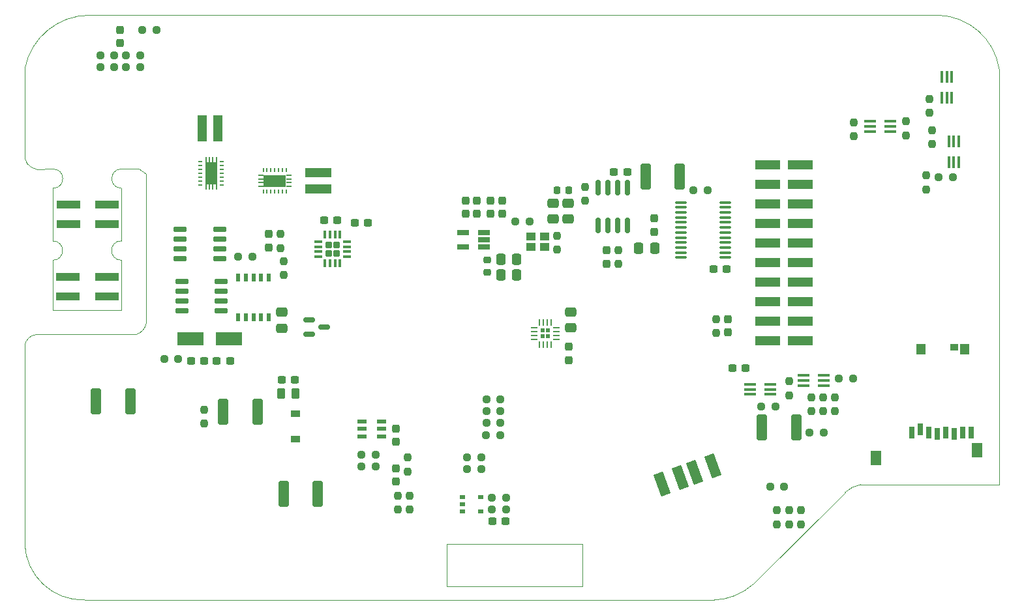
<source format=gbr>
%TF.GenerationSoftware,KiCad,Pcbnew,(6.0.9)*%
%TF.CreationDate,2022-11-25T15:53:44+02:00*%
%TF.ProjectId,Bird_detector_V1,42697264-5f64-4657-9465-63746f725f56,rev?*%
%TF.SameCoordinates,Original*%
%TF.FileFunction,Paste,Bot*%
%TF.FilePolarity,Positive*%
%FSLAX46Y46*%
G04 Gerber Fmt 4.6, Leading zero omitted, Abs format (unit mm)*
G04 Created by KiCad (PCBNEW (6.0.9)) date 2022-11-25 15:53:44*
%MOMM*%
%LPD*%
G01*
G04 APERTURE LIST*
G04 Aperture macros list*
%AMRoundRect*
0 Rectangle with rounded corners*
0 $1 Rounding radius*
0 $2 $3 $4 $5 $6 $7 $8 $9 X,Y pos of 4 corners*
0 Add a 4 corners polygon primitive as box body*
4,1,4,$2,$3,$4,$5,$6,$7,$8,$9,$2,$3,0*
0 Add four circle primitives for the rounded corners*
1,1,$1+$1,$2,$3*
1,1,$1+$1,$4,$5*
1,1,$1+$1,$6,$7*
1,1,$1+$1,$8,$9*
0 Add four rect primitives between the rounded corners*
20,1,$1+$1,$2,$3,$4,$5,0*
20,1,$1+$1,$4,$5,$6,$7,0*
20,1,$1+$1,$6,$7,$8,$9,0*
20,1,$1+$1,$8,$9,$2,$3,0*%
%AMRotRect*
0 Rectangle, with rotation*
0 The origin of the aperture is its center*
0 $1 length*
0 $2 width*
0 $3 Rotation angle, in degrees counterclockwise*
0 Add horizontal line*
21,1,$1,$2,0,0,$3*%
G04 Aperture macros list end*
%TA.AperFunction,Profile*%
%ADD10C,0.100000*%
%TD*%
%TA.AperFunction,Profile*%
%ADD11C,0.120000*%
%TD*%
%ADD12R,1.560000X0.650000*%
%ADD13R,1.150000X1.000000*%
%ADD14RoundRect,0.237500X-0.250000X-0.237500X0.250000X-0.237500X0.250000X0.237500X-0.250000X0.237500X0*%
%ADD15RoundRect,0.237500X0.237500X-0.300000X0.237500X0.300000X-0.237500X0.300000X-0.237500X-0.300000X0*%
%ADD16RoundRect,0.237500X0.250000X0.237500X-0.250000X0.237500X-0.250000X-0.237500X0.250000X-0.237500X0*%
%ADD17RoundRect,0.237500X-0.237500X0.250000X-0.237500X-0.250000X0.237500X-0.250000X0.237500X0.250000X0*%
%ADD18RoundRect,0.237500X0.237500X-0.250000X0.237500X0.250000X-0.237500X0.250000X-0.237500X-0.250000X0*%
%ADD19RoundRect,0.145000X0.145000X-0.145000X0.145000X0.145000X-0.145000X0.145000X-0.145000X-0.145000X0*%
%ADD20RoundRect,0.062500X0.062500X-0.375000X0.062500X0.375000X-0.062500X0.375000X-0.062500X-0.375000X0*%
%ADD21RoundRect,0.062500X0.375000X-0.062500X0.375000X0.062500X-0.375000X0.062500X-0.375000X-0.062500X0*%
%ADD22R,1.300000X3.400000*%
%ADD23R,3.180000X1.270000*%
%ADD24RoundRect,0.237500X-0.300000X-0.237500X0.300000X-0.237500X0.300000X0.237500X-0.300000X0.237500X0*%
%ADD25RoundRect,0.250000X-0.475000X0.337500X-0.475000X-0.337500X0.475000X-0.337500X0.475000X0.337500X0*%
%ADD26R,3.150000X1.000000*%
%ADD27RoundRect,0.250000X-0.337500X-0.475000X0.337500X-0.475000X0.337500X0.475000X-0.337500X0.475000X0*%
%ADD28RoundRect,0.237500X0.300000X0.237500X-0.300000X0.237500X-0.300000X-0.237500X0.300000X-0.237500X0*%
%ADD29R,3.500000X1.800000*%
%ADD30RoundRect,0.237500X-0.237500X0.300000X-0.237500X-0.300000X0.237500X-0.300000X0.237500X0.300000X0*%
%ADD31O,0.600000X0.240000*%
%ADD32R,0.200000X0.775000*%
%ADD33R,1.580000X2.850000*%
%ADD34RoundRect,0.250000X-0.400000X-1.450000X0.400000X-1.450000X0.400000X1.450000X-0.400000X1.450000X0*%
%ADD35R,0.700000X0.510000*%
%ADD36R,0.800000X1.500000*%
%ADD37R,1.000000X0.950000*%
%ADD38R,1.300000X1.400000*%
%ADD39R,1.400000X1.900000*%
%ADD40R,1.500000X0.400000*%
%ADD41RoundRect,0.250000X0.475000X-0.337500X0.475000X0.337500X-0.475000X0.337500X-0.475000X-0.337500X0*%
%ADD42R,1.150000X0.600000*%
%ADD43RoundRect,0.250000X0.337500X0.475000X-0.337500X0.475000X-0.337500X-0.475000X0.337500X-0.475000X0*%
%ADD44O,0.240000X0.600000*%
%ADD45R,0.775000X0.200000*%
%ADD46R,2.850000X1.580000*%
%ADD47RoundRect,0.150000X0.150000X-0.825000X0.150000X0.825000X-0.150000X0.825000X-0.150000X-0.825000X0*%
%ADD48RoundRect,0.250000X0.400000X1.450000X-0.400000X1.450000X-0.400000X-1.450000X0.400000X-1.450000X0*%
%ADD49R,3.400000X1.300000*%
%ADD50RotRect,1.300000X3.000000X20.000000*%
%ADD51RoundRect,0.250000X-0.262500X-0.450000X0.262500X-0.450000X0.262500X0.450000X-0.262500X0.450000X0*%
%ADD52RoundRect,0.150000X0.725000X0.150000X-0.725000X0.150000X-0.725000X-0.150000X0.725000X-0.150000X0*%
%ADD53R,0.400000X1.500000*%
%ADD54R,1.200000X0.900000*%
%ADD55R,0.510000X1.100000*%
%ADD56RoundRect,0.218750X0.256250X-0.218750X0.256250X0.218750X-0.256250X0.218750X-0.256250X-0.218750X0*%
%ADD57RoundRect,0.100000X-0.637500X-0.100000X0.637500X-0.100000X0.637500X0.100000X-0.637500X0.100000X0*%
%ADD58RoundRect,0.150000X-0.587500X-0.150000X0.587500X-0.150000X0.587500X0.150000X-0.587500X0.150000X0*%
%ADD59RoundRect,0.212500X-0.212500X0.212500X-0.212500X-0.212500X0.212500X-0.212500X0.212500X0.212500X0*%
%ADD60RoundRect,0.087500X-0.087500X0.425000X-0.087500X-0.425000X0.087500X-0.425000X0.087500X0.425000X0*%
%ADD61RoundRect,0.087500X-0.425000X0.087500X-0.425000X-0.087500X0.425000X-0.087500X0.425000X0.087500X0*%
%ADD62RoundRect,0.218750X-0.218750X-0.256250X0.218750X-0.256250X0.218750X0.256250X-0.218750X0.256250X0*%
G04 APERTURE END LIST*
D10*
X186000000Y-136000000D02*
X198000000Y-124000000D01*
X91500000Y-69000000D02*
X91500000Y-80000000D01*
X95151800Y-91338400D02*
X95177200Y-84491200D01*
X146253200Y-130683000D02*
X163855400Y-130683000D01*
X163855400Y-130683000D02*
X163855400Y-136220200D01*
X163855400Y-136220200D02*
X146253200Y-136220200D01*
X146253200Y-136220200D02*
X146253200Y-130683000D01*
X107289600Y-82600800D02*
X107289600Y-102000000D01*
X104021800Y-91333000D02*
X104047200Y-84485800D01*
X91500000Y-80000000D02*
G75*
G03*
X93000000Y-82000000I1750000J-250000D01*
G01*
X100000000Y-61999995D02*
G75*
G03*
X91500000Y-69000000I-78860J-8564955D01*
G01*
X95168400Y-100333800D02*
X104038400Y-100333800D01*
X91500000Y-130750000D02*
G75*
G03*
X99250000Y-138000000I7563800J318200D01*
G01*
X95151800Y-93838400D02*
X95168400Y-100333800D01*
X200000005Y-123000022D02*
G75*
G03*
X198000000Y-124000000I865995J-4232078D01*
G01*
X218000000Y-123000000D02*
X218000000Y-69000000D01*
X93000000Y-103500000D02*
X106000000Y-103500000D01*
X106324400Y-81985800D02*
X107289600Y-82600800D01*
X181000000Y-138000013D02*
G75*
G03*
X186000000Y-136000000I-247500J7868713D01*
G01*
X104047200Y-81985800D02*
X106324400Y-81985800D01*
X99250000Y-138000000D02*
X181000000Y-138000000D01*
X104021800Y-93833000D02*
X104038400Y-100333800D01*
X91500000Y-130750000D02*
X91500000Y-105000000D01*
X105999998Y-103499995D02*
G75*
G03*
X107289600Y-102000000I-654198J1866795D01*
G01*
X93000000Y-82000000D02*
X95177200Y-81991200D01*
X218000000Y-123000000D02*
X200000000Y-123000000D01*
X218000023Y-68999996D02*
G75*
G03*
X210000000Y-62000000I-8171123J-1267004D01*
G01*
X210000000Y-62000000D02*
X100000000Y-62000000D01*
X93000000Y-103500000D02*
G75*
G03*
X91500000Y-105000000I143800J-1643800D01*
G01*
D11*
%TO.C,FID11*%
X95151800Y-93838400D02*
G75*
G03*
X95151800Y-91338400I0J1250000D01*
G01*
X104021800Y-91333000D02*
G75*
G03*
X104021800Y-93833000I0J-1250000D01*
G01*
%TO.C,FID12*%
X104047200Y-81985800D02*
G75*
G03*
X104047200Y-84485800I0J-1250000D01*
G01*
X95177200Y-84491200D02*
G75*
G03*
X95177200Y-81991200I0J1250000D01*
G01*
%TD*%
D12*
%TO.C,U10*%
X151083000Y-90236000D03*
X151083000Y-91186000D03*
X151083000Y-92136000D03*
X148383000Y-92136000D03*
X148383000Y-90236000D03*
%TD*%
D13*
%TO.C,Y1*%
X158990000Y-92140000D03*
X157240000Y-92140000D03*
X157240000Y-90740000D03*
X158990000Y-90740000D03*
%TD*%
D14*
%TO.C,R100*%
X101297100Y-68783200D03*
X103122100Y-68783200D03*
%TD*%
D15*
%TO.C,C5*%
X173202600Y-90143500D03*
X173202600Y-88418500D03*
%TD*%
D16*
%TO.C,R94*%
X150772500Y-119456200D03*
X148947500Y-119456200D03*
%TD*%
D17*
%TO.C,R97*%
X168554400Y-92505700D03*
X168554400Y-94330700D03*
%TD*%
D16*
%TO.C,R16*%
X153971000Y-126238000D03*
X152146000Y-126238000D03*
%TD*%
D18*
%TO.C,R11*%
X208483200Y-84656300D03*
X208483200Y-82831300D03*
%TD*%
D19*
%TO.C,U19*%
X159440200Y-103712600D03*
X158720200Y-103712600D03*
X158720200Y-102992600D03*
X159440200Y-102992600D03*
D20*
X159830200Y-104790100D03*
X159330200Y-104790100D03*
X158830200Y-104790100D03*
X158330200Y-104790100D03*
D21*
X157642700Y-104102600D03*
X157642700Y-103602600D03*
X157642700Y-103102600D03*
X157642700Y-102602600D03*
D20*
X158330200Y-101915100D03*
X158830200Y-101915100D03*
X159330200Y-101915100D03*
X159830200Y-101915100D03*
D21*
X160517700Y-102602600D03*
X160517700Y-103102600D03*
X160517700Y-103602600D03*
X160517700Y-104102600D03*
%TD*%
D18*
%TO.C,R70*%
X124714000Y-92249000D03*
X124714000Y-90424000D03*
%TD*%
D22*
%TO.C,L3*%
X116594600Y-76682600D03*
X114494600Y-76682600D03*
%TD*%
D23*
%TO.C,J15*%
X192153500Y-81407000D03*
X187963500Y-81407000D03*
X192153500Y-83947000D03*
X187963500Y-83947000D03*
X192153500Y-86487000D03*
X187963500Y-86487000D03*
X192153500Y-89027000D03*
X187963500Y-89027000D03*
X192153500Y-91567000D03*
X187963500Y-91567000D03*
X192153500Y-94107000D03*
X187963500Y-94107000D03*
X192153500Y-96647000D03*
X187963500Y-96647000D03*
X192153500Y-99187000D03*
X187963500Y-99187000D03*
X192153500Y-101727000D03*
X187963500Y-101727000D03*
X192153500Y-104267000D03*
X187963500Y-104267000D03*
%TD*%
D16*
%TO.C,R36*%
X153236300Y-111891600D03*
X151411300Y-111891600D03*
%TD*%
D24*
%TO.C,C44*%
X124867500Y-109347000D03*
X126592500Y-109347000D03*
%TD*%
D16*
%TO.C,R38*%
X108608500Y-63957200D03*
X106783500Y-63957200D03*
%TD*%
D18*
%TO.C,R9*%
X208915000Y-74699500D03*
X208915000Y-72874500D03*
%TD*%
D25*
%TO.C,C6*%
X160070800Y-86403900D03*
X160070800Y-88478900D03*
%TD*%
D26*
%TO.C,J20*%
X102148200Y-96032000D03*
X97098200Y-96032000D03*
X102148200Y-98572000D03*
X97098200Y-98572000D03*
%TD*%
D27*
%TO.C,C35*%
X153292900Y-93726000D03*
X155367900Y-93726000D03*
%TD*%
D28*
%TO.C,C67*%
X182599500Y-94996000D03*
X180874500Y-94996000D03*
%TD*%
D16*
%TO.C,R37*%
X103126000Y-67259200D03*
X101301000Y-67259200D03*
%TD*%
D17*
%TO.C,R110*%
X190703200Y-126341500D03*
X190703200Y-128166500D03*
%TD*%
D29*
%TO.C,D11*%
X112993800Y-104063800D03*
X117993800Y-104063800D03*
%TD*%
D30*
%TO.C,C52*%
X123190000Y-90450500D03*
X123190000Y-92175500D03*
%TD*%
D17*
%TO.C,R26*%
X141224000Y-119460000D03*
X141224000Y-121285000D03*
%TD*%
D16*
%TO.C,R8*%
X211986500Y-83058000D03*
X210161500Y-83058000D03*
%TD*%
%TO.C,R79*%
X180136800Y-84785200D03*
X178311800Y-84785200D03*
%TD*%
D31*
%TO.C,U17*%
X114288400Y-84050000D03*
X114288400Y-83550000D03*
D32*
X115458400Y-80737000D03*
X115918400Y-80737000D03*
X116378400Y-80737000D03*
X114998400Y-84363000D03*
X115918400Y-84363000D03*
X115458400Y-84363000D03*
X116378400Y-84363000D03*
D33*
X115688400Y-82550000D03*
D32*
X114998400Y-80737000D03*
D31*
X114288400Y-83050000D03*
X114288400Y-82550000D03*
X114288400Y-82050000D03*
X114288400Y-81550000D03*
X114288400Y-81050000D03*
X117088400Y-81050000D03*
X117088400Y-81550000D03*
X117088400Y-82050000D03*
X117088400Y-82550000D03*
X117088400Y-83050000D03*
X117088400Y-83550000D03*
X117088400Y-84050000D03*
%TD*%
D26*
%TO.C,J19*%
X102186984Y-86595784D03*
X97136984Y-86595784D03*
X102186984Y-89135784D03*
X97136984Y-89135784D03*
%TD*%
D34*
%TO.C,TH1*%
X172069800Y-83007200D03*
X176519800Y-83007200D03*
%TD*%
D17*
%TO.C,R2*%
X190754000Y-109577500D03*
X190754000Y-111402500D03*
%TD*%
D35*
%TO.C,U6*%
X148344400Y-126527600D03*
X148344400Y-125577600D03*
X148344400Y-124627600D03*
X150664400Y-124627600D03*
X150664400Y-126527600D03*
%TD*%
D14*
%TO.C,R15*%
X152122500Y-124714000D03*
X153947500Y-124714000D03*
%TD*%
D17*
%TO.C,R10*%
X209296000Y-76938500D03*
X209296000Y-78763500D03*
%TD*%
D36*
%TO.C,J10*%
X206615400Y-116234400D03*
X207715400Y-115834400D03*
X208815400Y-116234400D03*
X209915400Y-116434400D03*
X211015400Y-116234400D03*
X212115400Y-116434400D03*
X213215400Y-116234400D03*
X214315400Y-116234400D03*
D37*
X212115400Y-105148400D03*
D38*
X207805400Y-105374400D03*
X213505400Y-105374400D03*
D39*
X215105400Y-118523400D03*
X201955400Y-119523400D03*
%TD*%
D17*
%TO.C,R96*%
X181254400Y-101474900D03*
X181254400Y-103299900D03*
%TD*%
D14*
%TO.C,R14*%
X187096400Y-112826800D03*
X188921400Y-112826800D03*
%TD*%
D18*
%TO.C,R33*%
X125095000Y-95781500D03*
X125095000Y-93956500D03*
%TD*%
D40*
%TO.C,Q5*%
X201235000Y-77104000D03*
X201235000Y-76454000D03*
X201235000Y-75804000D03*
X203895000Y-75804000D03*
X203895000Y-76454000D03*
X203895000Y-77104000D03*
%TD*%
D41*
%TO.C,C78*%
X162407600Y-102637500D03*
X162407600Y-100562500D03*
%TD*%
D30*
%TO.C,C76*%
X162077400Y-105106300D03*
X162077400Y-106831300D03*
%TD*%
D40*
%TO.C,Q2*%
X195259000Y-108824000D03*
X195259000Y-109474000D03*
X195259000Y-110124000D03*
X192599000Y-110124000D03*
X192599000Y-109474000D03*
X192599000Y-108824000D03*
%TD*%
D25*
%TO.C,C19*%
X162052000Y-86403900D03*
X162052000Y-88478900D03*
%TD*%
D24*
%TO.C,C74*%
X116409300Y-106934000D03*
X118134300Y-106934000D03*
%TD*%
D42*
%TO.C,D17*%
X137850400Y-114823200D03*
X137850400Y-115773200D03*
X137850400Y-116723200D03*
X135250400Y-116723200D03*
X135250400Y-115773200D03*
X135250400Y-114823200D03*
%TD*%
D16*
%TO.C,R29*%
X137056500Y-120650000D03*
X135231500Y-120650000D03*
%TD*%
D43*
%TO.C,C4*%
X173249500Y-92303600D03*
X171174500Y-92303600D03*
%TD*%
D17*
%TO.C,R113*%
X189153800Y-126343400D03*
X189153800Y-128168400D03*
%TD*%
D15*
%TO.C,C24*%
X103886000Y-65632500D03*
X103886000Y-63907500D03*
%TD*%
D16*
%TO.C,R101*%
X106474900Y-68783200D03*
X104649900Y-68783200D03*
%TD*%
D30*
%TO.C,C37*%
X150215600Y-86107100D03*
X150215600Y-87832100D03*
%TD*%
%TO.C,C31*%
X167055800Y-92557600D03*
X167055800Y-94282600D03*
%TD*%
D14*
%TO.C,R77*%
X188266700Y-123291600D03*
X190091700Y-123291600D03*
%TD*%
D30*
%TO.C,C38*%
X148742400Y-86107100D03*
X148742400Y-87832100D03*
%TD*%
D44*
%TO.C,U16*%
X122452000Y-82132000D03*
D45*
X122139000Y-83762000D03*
X125765000Y-82842000D03*
X125765000Y-83762000D03*
X125765000Y-84222000D03*
X125765000Y-83302000D03*
D44*
X122952000Y-82132000D03*
D46*
X123952000Y-83532000D03*
D45*
X122139000Y-84222000D03*
X122139000Y-83302000D03*
X122139000Y-82842000D03*
D44*
X123452000Y-82132000D03*
X123952000Y-82132000D03*
X124452000Y-82132000D03*
X124952000Y-82132000D03*
X125452000Y-82132000D03*
X125452000Y-84932000D03*
X124952000Y-84932000D03*
X124452000Y-84932000D03*
X123952000Y-84932000D03*
X123452000Y-84932000D03*
X122952000Y-84932000D03*
X122452000Y-84932000D03*
%TD*%
D17*
%TO.C,R76*%
X164261800Y-84304500D03*
X164261800Y-86129500D03*
%TD*%
D40*
%TO.C,Q4*%
X188274000Y-109967000D03*
X188274000Y-110617000D03*
X188274000Y-111267000D03*
X185614000Y-111267000D03*
X185614000Y-110617000D03*
X185614000Y-109967000D03*
%TD*%
D17*
%TO.C,R32*%
X139903200Y-124436500D03*
X139903200Y-126261500D03*
%TD*%
%TO.C,R114*%
X192227200Y-126343400D03*
X192227200Y-128168400D03*
%TD*%
D47*
%TO.C,U9*%
X169748200Y-89343000D03*
X168478200Y-89343000D03*
X167208200Y-89343000D03*
X165938200Y-89343000D03*
X165938200Y-84393000D03*
X167208200Y-84393000D03*
X168478200Y-84393000D03*
X169748200Y-84393000D03*
%TD*%
D16*
%TO.C,R80*%
X195222500Y-116281200D03*
X193397500Y-116281200D03*
%TD*%
D18*
%TO.C,R46*%
X160629600Y-92479500D03*
X160629600Y-90654500D03*
%TD*%
D16*
%TO.C,R39*%
X106482600Y-67259200D03*
X104657600Y-67259200D03*
%TD*%
D28*
%TO.C,C80*%
X169721700Y-82346800D03*
X167996700Y-82346800D03*
%TD*%
D14*
%TO.C,R35*%
X151385900Y-116590600D03*
X153210900Y-116590600D03*
%TD*%
D17*
%TO.C,R4*%
X195118200Y-111660300D03*
X195118200Y-113485300D03*
%TD*%
D24*
%TO.C,C75*%
X152197900Y-127787400D03*
X153922900Y-127787400D03*
%TD*%
D17*
%TO.C,R21*%
X199136000Y-75922500D03*
X199136000Y-77747500D03*
%TD*%
D28*
%TO.C,C10*%
X185063300Y-107848400D03*
X183338300Y-107848400D03*
%TD*%
D48*
%TO.C,F2*%
X129545000Y-124180600D03*
X125095000Y-124180600D03*
%TD*%
D30*
%TO.C,C18*%
X139700000Y-120904000D03*
X139700000Y-122629000D03*
%TD*%
D17*
%TO.C,R19*%
X205867000Y-75795500D03*
X205867000Y-77620500D03*
%TD*%
D49*
%TO.C,L2*%
X129581200Y-84546600D03*
X129581200Y-82446600D03*
%TD*%
D50*
%TO.C,J6*%
X174206982Y-122973033D03*
X176556214Y-122117982D03*
X178435599Y-121433942D03*
X180784831Y-120578892D03*
%TD*%
D34*
%TO.C,F3*%
X100772000Y-112141000D03*
X105222000Y-112141000D03*
%TD*%
D15*
%TO.C,C16*%
X182778400Y-103249900D03*
X182778400Y-101524900D03*
%TD*%
D17*
%TO.C,R18*%
X196621400Y-111658400D03*
X196621400Y-113483400D03*
%TD*%
D41*
%TO.C,C48*%
X124865300Y-102664000D03*
X124865300Y-100589000D03*
%TD*%
D51*
%TO.C,R61*%
X124817500Y-111125000D03*
X126642500Y-111125000D03*
%TD*%
D52*
%TO.C,Q7*%
X117026300Y-96596200D03*
X117026300Y-97866200D03*
X117026300Y-99136200D03*
X117026300Y-100406200D03*
X111876300Y-100406200D03*
X111876300Y-99136200D03*
X111876300Y-97866200D03*
X111876300Y-96596200D03*
%TD*%
D53*
%TO.C,Q3*%
X212740000Y-81086000D03*
X212090000Y-81086000D03*
X211440000Y-81086000D03*
X211440000Y-78426000D03*
X212090000Y-78426000D03*
X212740000Y-78426000D03*
%TD*%
D16*
%TO.C,R49*%
X156995500Y-88850300D03*
X155170500Y-88850300D03*
%TD*%
%TO.C,R63*%
X111427900Y-106654600D03*
X109602900Y-106654600D03*
%TD*%
%TO.C,R108*%
X153236300Y-113436400D03*
X151411300Y-113436400D03*
%TD*%
D24*
%TO.C,C51*%
X113056500Y-106934000D03*
X114781500Y-106934000D03*
%TD*%
D53*
%TO.C,Q1*%
X210551000Y-70044000D03*
X211201000Y-70044000D03*
X211851000Y-70044000D03*
X211851000Y-72704000D03*
X211201000Y-72704000D03*
X210551000Y-72704000D03*
%TD*%
D18*
%TO.C,R3*%
X193573400Y-113483400D03*
X193573400Y-111658400D03*
%TD*%
D54*
%TO.C,D12*%
X126644400Y-113793000D03*
X126644400Y-117093000D03*
%TD*%
D34*
%TO.C,F1*%
X117282000Y-113538000D03*
X121732000Y-113538000D03*
%TD*%
D55*
%TO.C,U12*%
X119182300Y-96129000D03*
X120182300Y-96129000D03*
X121182300Y-96129000D03*
X122182300Y-96129000D03*
X123182300Y-96129000D03*
X123182300Y-101229000D03*
X122182300Y-101229000D03*
X121182300Y-101229000D03*
X120182300Y-101229000D03*
X119182300Y-101229000D03*
%TD*%
D34*
%TO.C,TH2*%
X187182800Y-115570000D03*
X191632800Y-115570000D03*
%TD*%
D52*
%TO.C,Q9*%
X116783000Y-89789000D03*
X116783000Y-91059000D03*
X116783000Y-92329000D03*
X116783000Y-93599000D03*
X111633000Y-93599000D03*
X111633000Y-92329000D03*
X111633000Y-91059000D03*
X111633000Y-89789000D03*
%TD*%
D16*
%TO.C,R68*%
X121028000Y-93421200D03*
X119203000Y-93421200D03*
%TD*%
D56*
%TO.C,L5*%
X151536400Y-95377100D03*
X151536400Y-93802100D03*
%TD*%
D24*
%TO.C,C54*%
X134316300Y-89001600D03*
X136041300Y-89001600D03*
%TD*%
D27*
%TO.C,C34*%
X153292900Y-95758000D03*
X155367900Y-95758000D03*
%TD*%
D17*
%TO.C,R67*%
X114808000Y-113260500D03*
X114808000Y-115085500D03*
%TD*%
D57*
%TO.C,U18*%
X176715500Y-93491000D03*
X176715500Y-92841000D03*
X176715500Y-92191000D03*
X176715500Y-91541000D03*
X176715500Y-90891000D03*
X176715500Y-90241000D03*
X176715500Y-89591000D03*
X176715500Y-88941000D03*
X176715500Y-88291000D03*
X176715500Y-87641000D03*
X176715500Y-86991000D03*
X176715500Y-86341000D03*
X182440500Y-86341000D03*
X182440500Y-86991000D03*
X182440500Y-87641000D03*
X182440500Y-88291000D03*
X182440500Y-88941000D03*
X182440500Y-89591000D03*
X182440500Y-90241000D03*
X182440500Y-90891000D03*
X182440500Y-91541000D03*
X182440500Y-92191000D03*
X182440500Y-92841000D03*
X182440500Y-93491000D03*
%TD*%
D58*
%TO.C,U15*%
X128450100Y-103487900D03*
X128450100Y-101587900D03*
X130325100Y-102537900D03*
%TD*%
D59*
%TO.C,U14*%
X131970000Y-92930200D03*
X131970000Y-91880200D03*
X130920000Y-92930200D03*
X130920000Y-91880200D03*
D60*
X130470000Y-90542700D03*
X131120000Y-90542700D03*
X131770000Y-90542700D03*
X132420000Y-90542700D03*
D61*
X133307500Y-91430200D03*
X133307500Y-92080200D03*
X133307500Y-92730200D03*
X133307500Y-93380200D03*
D60*
X132420000Y-94267700D03*
X131770000Y-94267700D03*
X131120000Y-94267700D03*
X130470000Y-94267700D03*
D61*
X129582500Y-93380200D03*
X129582500Y-92730200D03*
X129582500Y-92080200D03*
X129582500Y-91430200D03*
%TD*%
D30*
%TO.C,C36*%
X153466800Y-86107100D03*
X153466800Y-87832100D03*
%TD*%
D16*
%TO.C,R95*%
X150772500Y-120954800D03*
X148947500Y-120954800D03*
%TD*%
D62*
%TO.C,L4*%
X160578600Y-84785200D03*
X162153600Y-84785200D03*
%TD*%
D30*
%TO.C,C40*%
X151942800Y-86107100D03*
X151942800Y-87832100D03*
%TD*%
D14*
%TO.C,R28*%
X135231500Y-119126000D03*
X137056500Y-119126000D03*
%TD*%
%TO.C,R107*%
X151404700Y-115006600D03*
X153229700Y-115006600D03*
%TD*%
D15*
%TO.C,C17*%
X139649200Y-117473900D03*
X139649200Y-115748900D03*
%TD*%
D17*
%TO.C,R31*%
X141478000Y-124436500D03*
X141478000Y-126261500D03*
%TD*%
D24*
%TO.C,C56*%
X130328500Y-88646000D03*
X132053500Y-88646000D03*
%TD*%
D14*
%TO.C,R1*%
X197207500Y-109245400D03*
X199032500Y-109245400D03*
%TD*%
M02*

</source>
